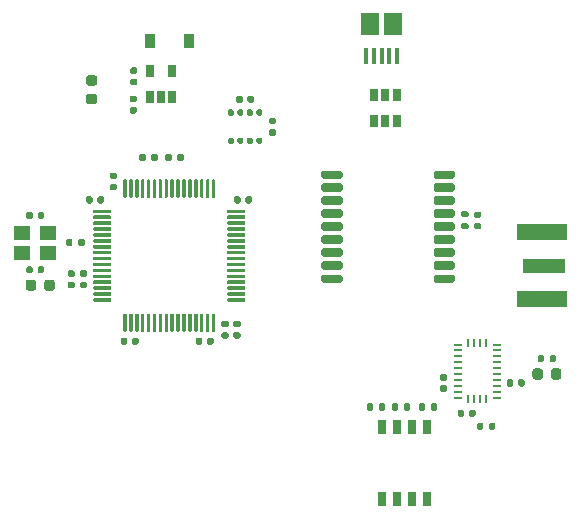
<source format=gbr>
%TF.GenerationSoftware,KiCad,Pcbnew,(5.1.10)-1*%
%TF.CreationDate,2021-11-27T13:57:11+01:00*%
%TF.ProjectId,SplashQuad,53706c61-7368-4517-9561-642e6b696361,rev?*%
%TF.SameCoordinates,Original*%
%TF.FileFunction,Paste,Top*%
%TF.FilePolarity,Positive*%
%FSLAX46Y46*%
G04 Gerber Fmt 4.6, Leading zero omitted, Abs format (unit mm)*
G04 Created by KiCad (PCBNEW (5.1.10)-1) date 2021-11-27 13:57:11*
%MOMM*%
%LPD*%
G01*
G04 APERTURE LIST*
%ADD10R,1.400000X1.200000*%
%ADD11R,0.254000X0.675000*%
%ADD12R,0.675000X0.254000*%
%ADD13R,0.650000X1.060000*%
%ADD14R,0.760000X1.250000*%
%ADD15R,3.600000X1.270000*%
%ADD16R,4.200000X1.350000*%
%ADD17R,1.500000X1.900000*%
%ADD18R,0.400000X1.350000*%
%ADD19R,0.900000X1.200000*%
G04 APERTURE END LIST*
%TO.C,U6*%
G36*
G01*
X167950000Y-95675000D02*
X167950000Y-95325000D01*
G75*
G02*
X168125000Y-95150000I175000J0D01*
G01*
X169575000Y-95150000D01*
G75*
G02*
X169750000Y-95325000I0J-175000D01*
G01*
X169750000Y-95675000D01*
G75*
G02*
X169575000Y-95850000I-175000J0D01*
G01*
X168125000Y-95850000D01*
G75*
G02*
X167950000Y-95675000I0J175000D01*
G01*
G37*
G36*
G01*
X167950000Y-96800000D02*
X167950000Y-96400000D01*
G75*
G02*
X168150000Y-96200000I200000J0D01*
G01*
X169550000Y-96200000D01*
G75*
G02*
X169750000Y-96400000I0J-200000D01*
G01*
X169750000Y-96800000D01*
G75*
G02*
X169550000Y-97000000I-200000J0D01*
G01*
X168150000Y-97000000D01*
G75*
G02*
X167950000Y-96800000I0J200000D01*
G01*
G37*
G36*
G01*
X167950000Y-97900000D02*
X167950000Y-97500000D01*
G75*
G02*
X168150000Y-97300000I200000J0D01*
G01*
X169550000Y-97300000D01*
G75*
G02*
X169750000Y-97500000I0J-200000D01*
G01*
X169750000Y-97900000D01*
G75*
G02*
X169550000Y-98100000I-200000J0D01*
G01*
X168150000Y-98100000D01*
G75*
G02*
X167950000Y-97900000I0J200000D01*
G01*
G37*
G36*
G01*
X167950000Y-99000000D02*
X167950000Y-98600000D01*
G75*
G02*
X168150000Y-98400000I200000J0D01*
G01*
X169550000Y-98400000D01*
G75*
G02*
X169750000Y-98600000I0J-200000D01*
G01*
X169750000Y-99000000D01*
G75*
G02*
X169550000Y-99200000I-200000J0D01*
G01*
X168150000Y-99200000D01*
G75*
G02*
X167950000Y-99000000I0J200000D01*
G01*
G37*
G36*
G01*
X167950000Y-100100000D02*
X167950000Y-99700000D01*
G75*
G02*
X168150000Y-99500000I200000J0D01*
G01*
X169550000Y-99500000D01*
G75*
G02*
X169750000Y-99700000I0J-200000D01*
G01*
X169750000Y-100100000D01*
G75*
G02*
X169550000Y-100300000I-200000J0D01*
G01*
X168150000Y-100300000D01*
G75*
G02*
X167950000Y-100100000I0J200000D01*
G01*
G37*
G36*
G01*
X167950000Y-101200000D02*
X167950000Y-100800000D01*
G75*
G02*
X168150000Y-100600000I200000J0D01*
G01*
X169550000Y-100600000D01*
G75*
G02*
X169750000Y-100800000I0J-200000D01*
G01*
X169750000Y-101200000D01*
G75*
G02*
X169550000Y-101400000I-200000J0D01*
G01*
X168150000Y-101400000D01*
G75*
G02*
X167950000Y-101200000I0J200000D01*
G01*
G37*
G36*
G01*
X167950000Y-102300000D02*
X167950000Y-101900000D01*
G75*
G02*
X168150000Y-101700000I200000J0D01*
G01*
X169550000Y-101700000D01*
G75*
G02*
X169750000Y-101900000I0J-200000D01*
G01*
X169750000Y-102300000D01*
G75*
G02*
X169550000Y-102500000I-200000J0D01*
G01*
X168150000Y-102500000D01*
G75*
G02*
X167950000Y-102300000I0J200000D01*
G01*
G37*
G36*
G01*
X167950000Y-103400000D02*
X167950000Y-103000000D01*
G75*
G02*
X168150000Y-102800000I200000J0D01*
G01*
X169550000Y-102800000D01*
G75*
G02*
X169750000Y-103000000I0J-200000D01*
G01*
X169750000Y-103400000D01*
G75*
G02*
X169550000Y-103600000I-200000J0D01*
G01*
X168150000Y-103600000D01*
G75*
G02*
X167950000Y-103400000I0J200000D01*
G01*
G37*
G36*
G01*
X167950000Y-104475000D02*
X167950000Y-104125000D01*
G75*
G02*
X168125000Y-103950000I175000J0D01*
G01*
X169575000Y-103950000D01*
G75*
G02*
X169750000Y-104125000I0J-175000D01*
G01*
X169750000Y-104475000D01*
G75*
G02*
X169575000Y-104650000I-175000J0D01*
G01*
X168125000Y-104650000D01*
G75*
G02*
X167950000Y-104475000I0J175000D01*
G01*
G37*
G36*
G01*
X158450000Y-104475000D02*
X158450000Y-104125000D01*
G75*
G02*
X158625000Y-103950000I175000J0D01*
G01*
X160075000Y-103950000D01*
G75*
G02*
X160250000Y-104125000I0J-175000D01*
G01*
X160250000Y-104475000D01*
G75*
G02*
X160075000Y-104650000I-175000J0D01*
G01*
X158625000Y-104650000D01*
G75*
G02*
X158450000Y-104475000I0J175000D01*
G01*
G37*
G36*
G01*
X158450000Y-103400000D02*
X158450000Y-103000000D01*
G75*
G02*
X158650000Y-102800000I200000J0D01*
G01*
X160050000Y-102800000D01*
G75*
G02*
X160250000Y-103000000I0J-200000D01*
G01*
X160250000Y-103400000D01*
G75*
G02*
X160050000Y-103600000I-200000J0D01*
G01*
X158650000Y-103600000D01*
G75*
G02*
X158450000Y-103400000I0J200000D01*
G01*
G37*
G36*
G01*
X158450000Y-102300000D02*
X158450000Y-101900000D01*
G75*
G02*
X158650000Y-101700000I200000J0D01*
G01*
X160050000Y-101700000D01*
G75*
G02*
X160250000Y-101900000I0J-200000D01*
G01*
X160250000Y-102300000D01*
G75*
G02*
X160050000Y-102500000I-200000J0D01*
G01*
X158650000Y-102500000D01*
G75*
G02*
X158450000Y-102300000I0J200000D01*
G01*
G37*
G36*
G01*
X158450000Y-101200000D02*
X158450000Y-100800000D01*
G75*
G02*
X158650000Y-100600000I200000J0D01*
G01*
X160050000Y-100600000D01*
G75*
G02*
X160250000Y-100800000I0J-200000D01*
G01*
X160250000Y-101200000D01*
G75*
G02*
X160050000Y-101400000I-200000J0D01*
G01*
X158650000Y-101400000D01*
G75*
G02*
X158450000Y-101200000I0J200000D01*
G01*
G37*
G36*
G01*
X158450000Y-100100000D02*
X158450000Y-99700000D01*
G75*
G02*
X158650000Y-99500000I200000J0D01*
G01*
X160050000Y-99500000D01*
G75*
G02*
X160250000Y-99700000I0J-200000D01*
G01*
X160250000Y-100100000D01*
G75*
G02*
X160050000Y-100300000I-200000J0D01*
G01*
X158650000Y-100300000D01*
G75*
G02*
X158450000Y-100100000I0J200000D01*
G01*
G37*
G36*
G01*
X158450000Y-99000000D02*
X158450000Y-98600000D01*
G75*
G02*
X158650000Y-98400000I200000J0D01*
G01*
X160050000Y-98400000D01*
G75*
G02*
X160250000Y-98600000I0J-200000D01*
G01*
X160250000Y-99000000D01*
G75*
G02*
X160050000Y-99200000I-200000J0D01*
G01*
X158650000Y-99200000D01*
G75*
G02*
X158450000Y-99000000I0J200000D01*
G01*
G37*
G36*
G01*
X158450000Y-97900000D02*
X158450000Y-97500000D01*
G75*
G02*
X158650000Y-97300000I200000J0D01*
G01*
X160050000Y-97300000D01*
G75*
G02*
X160250000Y-97500000I0J-200000D01*
G01*
X160250000Y-97900000D01*
G75*
G02*
X160050000Y-98100000I-200000J0D01*
G01*
X158650000Y-98100000D01*
G75*
G02*
X158450000Y-97900000I0J200000D01*
G01*
G37*
G36*
G01*
X158450000Y-96800000D02*
X158450000Y-96400000D01*
G75*
G02*
X158650000Y-96200000I200000J0D01*
G01*
X160050000Y-96200000D01*
G75*
G02*
X160250000Y-96400000I0J-200000D01*
G01*
X160250000Y-96800000D01*
G75*
G02*
X160050000Y-97000000I-200000J0D01*
G01*
X158650000Y-97000000D01*
G75*
G02*
X158450000Y-96800000I0J200000D01*
G01*
G37*
G36*
G01*
X158450000Y-95675000D02*
X158450000Y-95325000D01*
G75*
G02*
X158625000Y-95150000I175000J0D01*
G01*
X160075000Y-95150000D01*
G75*
G02*
X160250000Y-95325000I0J-175000D01*
G01*
X160250000Y-95675000D01*
G75*
G02*
X160075000Y-95850000I-175000J0D01*
G01*
X158625000Y-95850000D01*
G75*
G02*
X158450000Y-95675000I0J175000D01*
G01*
G37*
%TD*%
%TO.C,C19*%
G36*
G01*
X154155000Y-91625000D02*
X154495000Y-91625000D01*
G75*
G02*
X154635000Y-91765000I0J-140000D01*
G01*
X154635000Y-92045000D01*
G75*
G02*
X154495000Y-92185000I-140000J0D01*
G01*
X154155000Y-92185000D01*
G75*
G02*
X154015000Y-92045000I0J140000D01*
G01*
X154015000Y-91765000D01*
G75*
G02*
X154155000Y-91625000I140000J0D01*
G01*
G37*
G36*
G01*
X154155000Y-90665000D02*
X154495000Y-90665000D01*
G75*
G02*
X154635000Y-90805000I0J-140000D01*
G01*
X154635000Y-91085000D01*
G75*
G02*
X154495000Y-91225000I-140000J0D01*
G01*
X154155000Y-91225000D01*
G75*
G02*
X154015000Y-91085000I0J140000D01*
G01*
X154015000Y-90805000D01*
G75*
G02*
X154155000Y-90665000I140000J0D01*
G01*
G37*
%TD*%
D10*
%TO.C,Y1*%
X133125000Y-100400000D03*
X135325000Y-100400000D03*
X135325000Y-102100000D03*
X133125000Y-102100000D03*
%TD*%
D11*
%TO.C,U5*%
X172400000Y-109737500D03*
X171900000Y-109737500D03*
X171400000Y-109737500D03*
D12*
X173312500Y-109875000D03*
X173312500Y-110375000D03*
X173312500Y-110875000D03*
X173312500Y-111375000D03*
X173312500Y-111875000D03*
X173312500Y-112375000D03*
X173312500Y-112875000D03*
X173312500Y-113375000D03*
X173312500Y-113875000D03*
X169987500Y-109875000D03*
X169987500Y-110375000D03*
X169987500Y-110875000D03*
X169987500Y-111375000D03*
X169987500Y-111875000D03*
X169987500Y-112375000D03*
X169987500Y-112875000D03*
X169987500Y-113375000D03*
X169987500Y-113875000D03*
D11*
X172400000Y-114512500D03*
X171900000Y-114512500D03*
X171400000Y-114512500D03*
D12*
X169987500Y-114375000D03*
D11*
X170900000Y-114512500D03*
D12*
X173312500Y-114375000D03*
D11*
X170900000Y-109737500D03*
%TD*%
%TO.C,U4*%
G36*
G01*
X153450000Y-90100000D02*
X153450000Y-90375000D01*
G75*
G02*
X153325000Y-90500000I-125000J0D01*
G01*
X153075000Y-90500000D01*
G75*
G02*
X152950000Y-90375000I0J125000D01*
G01*
X152950000Y-90100000D01*
G75*
G02*
X153075000Y-89975000I125000J0D01*
G01*
X153325000Y-89975000D01*
G75*
G02*
X153450000Y-90100000I0J-125000D01*
G01*
G37*
G36*
G01*
X152650000Y-90100000D02*
X152650000Y-90375000D01*
G75*
G02*
X152525000Y-90500000I-125000J0D01*
G01*
X152275000Y-90500000D01*
G75*
G02*
X152150000Y-90375000I0J125000D01*
G01*
X152150000Y-90100000D01*
G75*
G02*
X152275000Y-89975000I125000J0D01*
G01*
X152525000Y-89975000D01*
G75*
G02*
X152650000Y-90100000I0J-125000D01*
G01*
G37*
G36*
G01*
X151850000Y-90100000D02*
X151850000Y-90375000D01*
G75*
G02*
X151725000Y-90500000I-125000J0D01*
G01*
X151475000Y-90500000D01*
G75*
G02*
X151350000Y-90375000I0J125000D01*
G01*
X151350000Y-90100000D01*
G75*
G02*
X151475000Y-89975000I125000J0D01*
G01*
X151725000Y-89975000D01*
G75*
G02*
X151850000Y-90100000I0J-125000D01*
G01*
G37*
G36*
G01*
X151050000Y-90100000D02*
X151050000Y-90375000D01*
G75*
G02*
X150925000Y-90500000I-125000J0D01*
G01*
X150675000Y-90500000D01*
G75*
G02*
X150550000Y-90375000I0J125000D01*
G01*
X150550000Y-90100000D01*
G75*
G02*
X150675000Y-89975000I125000J0D01*
G01*
X150925000Y-89975000D01*
G75*
G02*
X151050000Y-90100000I0J-125000D01*
G01*
G37*
G36*
G01*
X151050000Y-92475000D02*
X151050000Y-92750000D01*
G75*
G02*
X150925000Y-92875000I-125000J0D01*
G01*
X150675000Y-92875000D01*
G75*
G02*
X150550000Y-92750000I0J125000D01*
G01*
X150550000Y-92475000D01*
G75*
G02*
X150675000Y-92350000I125000J0D01*
G01*
X150925000Y-92350000D01*
G75*
G02*
X151050000Y-92475000I0J-125000D01*
G01*
G37*
G36*
G01*
X151850000Y-92475000D02*
X151850000Y-92750000D01*
G75*
G02*
X151725000Y-92875000I-125000J0D01*
G01*
X151475000Y-92875000D01*
G75*
G02*
X151350000Y-92750000I0J125000D01*
G01*
X151350000Y-92475000D01*
G75*
G02*
X151475000Y-92350000I125000J0D01*
G01*
X151725000Y-92350000D01*
G75*
G02*
X151850000Y-92475000I0J-125000D01*
G01*
G37*
G36*
G01*
X152650000Y-92475000D02*
X152650000Y-92750000D01*
G75*
G02*
X152525000Y-92875000I-125000J0D01*
G01*
X152275000Y-92875000D01*
G75*
G02*
X152150000Y-92750000I0J125000D01*
G01*
X152150000Y-92475000D01*
G75*
G02*
X152275000Y-92350000I125000J0D01*
G01*
X152525000Y-92350000D01*
G75*
G02*
X152650000Y-92475000I0J-125000D01*
G01*
G37*
G36*
G01*
X153450000Y-92475000D02*
X153450000Y-92750000D01*
G75*
G02*
X153325000Y-92875000I-125000J0D01*
G01*
X153075000Y-92875000D01*
G75*
G02*
X152950000Y-92750000I0J125000D01*
G01*
X152950000Y-92475000D01*
G75*
G02*
X153075000Y-92350000I125000J0D01*
G01*
X153325000Y-92350000D01*
G75*
G02*
X153450000Y-92475000I0J-125000D01*
G01*
G37*
%TD*%
%TO.C,U3*%
G36*
G01*
X141675000Y-97375000D02*
X141675000Y-95975000D01*
G75*
G02*
X141750000Y-95900000I75000J0D01*
G01*
X141900000Y-95900000D01*
G75*
G02*
X141975000Y-95975000I0J-75000D01*
G01*
X141975000Y-97375000D01*
G75*
G02*
X141900000Y-97450000I-75000J0D01*
G01*
X141750000Y-97450000D01*
G75*
G02*
X141675000Y-97375000I0J75000D01*
G01*
G37*
G36*
G01*
X142175000Y-97375000D02*
X142175000Y-95975000D01*
G75*
G02*
X142250000Y-95900000I75000J0D01*
G01*
X142400000Y-95900000D01*
G75*
G02*
X142475000Y-95975000I0J-75000D01*
G01*
X142475000Y-97375000D01*
G75*
G02*
X142400000Y-97450000I-75000J0D01*
G01*
X142250000Y-97450000D01*
G75*
G02*
X142175000Y-97375000I0J75000D01*
G01*
G37*
G36*
G01*
X142675000Y-97375000D02*
X142675000Y-95975000D01*
G75*
G02*
X142750000Y-95900000I75000J0D01*
G01*
X142900000Y-95900000D01*
G75*
G02*
X142975000Y-95975000I0J-75000D01*
G01*
X142975000Y-97375000D01*
G75*
G02*
X142900000Y-97450000I-75000J0D01*
G01*
X142750000Y-97450000D01*
G75*
G02*
X142675000Y-97375000I0J75000D01*
G01*
G37*
G36*
G01*
X143175000Y-97375000D02*
X143175000Y-95975000D01*
G75*
G02*
X143250000Y-95900000I75000J0D01*
G01*
X143400000Y-95900000D01*
G75*
G02*
X143475000Y-95975000I0J-75000D01*
G01*
X143475000Y-97375000D01*
G75*
G02*
X143400000Y-97450000I-75000J0D01*
G01*
X143250000Y-97450000D01*
G75*
G02*
X143175000Y-97375000I0J75000D01*
G01*
G37*
G36*
G01*
X143675000Y-97375000D02*
X143675000Y-95975000D01*
G75*
G02*
X143750000Y-95900000I75000J0D01*
G01*
X143900000Y-95900000D01*
G75*
G02*
X143975000Y-95975000I0J-75000D01*
G01*
X143975000Y-97375000D01*
G75*
G02*
X143900000Y-97450000I-75000J0D01*
G01*
X143750000Y-97450000D01*
G75*
G02*
X143675000Y-97375000I0J75000D01*
G01*
G37*
G36*
G01*
X144175000Y-97375000D02*
X144175000Y-95975000D01*
G75*
G02*
X144250000Y-95900000I75000J0D01*
G01*
X144400000Y-95900000D01*
G75*
G02*
X144475000Y-95975000I0J-75000D01*
G01*
X144475000Y-97375000D01*
G75*
G02*
X144400000Y-97450000I-75000J0D01*
G01*
X144250000Y-97450000D01*
G75*
G02*
X144175000Y-97375000I0J75000D01*
G01*
G37*
G36*
G01*
X144675000Y-97375000D02*
X144675000Y-95975000D01*
G75*
G02*
X144750000Y-95900000I75000J0D01*
G01*
X144900000Y-95900000D01*
G75*
G02*
X144975000Y-95975000I0J-75000D01*
G01*
X144975000Y-97375000D01*
G75*
G02*
X144900000Y-97450000I-75000J0D01*
G01*
X144750000Y-97450000D01*
G75*
G02*
X144675000Y-97375000I0J75000D01*
G01*
G37*
G36*
G01*
X145175000Y-97375000D02*
X145175000Y-95975000D01*
G75*
G02*
X145250000Y-95900000I75000J0D01*
G01*
X145400000Y-95900000D01*
G75*
G02*
X145475000Y-95975000I0J-75000D01*
G01*
X145475000Y-97375000D01*
G75*
G02*
X145400000Y-97450000I-75000J0D01*
G01*
X145250000Y-97450000D01*
G75*
G02*
X145175000Y-97375000I0J75000D01*
G01*
G37*
G36*
G01*
X145675000Y-97375000D02*
X145675000Y-95975000D01*
G75*
G02*
X145750000Y-95900000I75000J0D01*
G01*
X145900000Y-95900000D01*
G75*
G02*
X145975000Y-95975000I0J-75000D01*
G01*
X145975000Y-97375000D01*
G75*
G02*
X145900000Y-97450000I-75000J0D01*
G01*
X145750000Y-97450000D01*
G75*
G02*
X145675000Y-97375000I0J75000D01*
G01*
G37*
G36*
G01*
X146175000Y-97375000D02*
X146175000Y-95975000D01*
G75*
G02*
X146250000Y-95900000I75000J0D01*
G01*
X146400000Y-95900000D01*
G75*
G02*
X146475000Y-95975000I0J-75000D01*
G01*
X146475000Y-97375000D01*
G75*
G02*
X146400000Y-97450000I-75000J0D01*
G01*
X146250000Y-97450000D01*
G75*
G02*
X146175000Y-97375000I0J75000D01*
G01*
G37*
G36*
G01*
X146675000Y-97375000D02*
X146675000Y-95975000D01*
G75*
G02*
X146750000Y-95900000I75000J0D01*
G01*
X146900000Y-95900000D01*
G75*
G02*
X146975000Y-95975000I0J-75000D01*
G01*
X146975000Y-97375000D01*
G75*
G02*
X146900000Y-97450000I-75000J0D01*
G01*
X146750000Y-97450000D01*
G75*
G02*
X146675000Y-97375000I0J75000D01*
G01*
G37*
G36*
G01*
X147175000Y-97375000D02*
X147175000Y-95975000D01*
G75*
G02*
X147250000Y-95900000I75000J0D01*
G01*
X147400000Y-95900000D01*
G75*
G02*
X147475000Y-95975000I0J-75000D01*
G01*
X147475000Y-97375000D01*
G75*
G02*
X147400000Y-97450000I-75000J0D01*
G01*
X147250000Y-97450000D01*
G75*
G02*
X147175000Y-97375000I0J75000D01*
G01*
G37*
G36*
G01*
X147675000Y-97375000D02*
X147675000Y-95975000D01*
G75*
G02*
X147750000Y-95900000I75000J0D01*
G01*
X147900000Y-95900000D01*
G75*
G02*
X147975000Y-95975000I0J-75000D01*
G01*
X147975000Y-97375000D01*
G75*
G02*
X147900000Y-97450000I-75000J0D01*
G01*
X147750000Y-97450000D01*
G75*
G02*
X147675000Y-97375000I0J75000D01*
G01*
G37*
G36*
G01*
X148175000Y-97375000D02*
X148175000Y-95975000D01*
G75*
G02*
X148250000Y-95900000I75000J0D01*
G01*
X148400000Y-95900000D01*
G75*
G02*
X148475000Y-95975000I0J-75000D01*
G01*
X148475000Y-97375000D01*
G75*
G02*
X148400000Y-97450000I-75000J0D01*
G01*
X148250000Y-97450000D01*
G75*
G02*
X148175000Y-97375000I0J75000D01*
G01*
G37*
G36*
G01*
X148675000Y-97375000D02*
X148675000Y-95975000D01*
G75*
G02*
X148750000Y-95900000I75000J0D01*
G01*
X148900000Y-95900000D01*
G75*
G02*
X148975000Y-95975000I0J-75000D01*
G01*
X148975000Y-97375000D01*
G75*
G02*
X148900000Y-97450000I-75000J0D01*
G01*
X148750000Y-97450000D01*
G75*
G02*
X148675000Y-97375000I0J75000D01*
G01*
G37*
G36*
G01*
X149175000Y-97375000D02*
X149175000Y-95975000D01*
G75*
G02*
X149250000Y-95900000I75000J0D01*
G01*
X149400000Y-95900000D01*
G75*
G02*
X149475000Y-95975000I0J-75000D01*
G01*
X149475000Y-97375000D01*
G75*
G02*
X149400000Y-97450000I-75000J0D01*
G01*
X149250000Y-97450000D01*
G75*
G02*
X149175000Y-97375000I0J75000D01*
G01*
G37*
G36*
G01*
X150475000Y-98675000D02*
X150475000Y-98525000D01*
G75*
G02*
X150550000Y-98450000I75000J0D01*
G01*
X151950000Y-98450000D01*
G75*
G02*
X152025000Y-98525000I0J-75000D01*
G01*
X152025000Y-98675000D01*
G75*
G02*
X151950000Y-98750000I-75000J0D01*
G01*
X150550000Y-98750000D01*
G75*
G02*
X150475000Y-98675000I0J75000D01*
G01*
G37*
G36*
G01*
X150475000Y-99175000D02*
X150475000Y-99025000D01*
G75*
G02*
X150550000Y-98950000I75000J0D01*
G01*
X151950000Y-98950000D01*
G75*
G02*
X152025000Y-99025000I0J-75000D01*
G01*
X152025000Y-99175000D01*
G75*
G02*
X151950000Y-99250000I-75000J0D01*
G01*
X150550000Y-99250000D01*
G75*
G02*
X150475000Y-99175000I0J75000D01*
G01*
G37*
G36*
G01*
X150475000Y-99675000D02*
X150475000Y-99525000D01*
G75*
G02*
X150550000Y-99450000I75000J0D01*
G01*
X151950000Y-99450000D01*
G75*
G02*
X152025000Y-99525000I0J-75000D01*
G01*
X152025000Y-99675000D01*
G75*
G02*
X151950000Y-99750000I-75000J0D01*
G01*
X150550000Y-99750000D01*
G75*
G02*
X150475000Y-99675000I0J75000D01*
G01*
G37*
G36*
G01*
X150475000Y-100175000D02*
X150475000Y-100025000D01*
G75*
G02*
X150550000Y-99950000I75000J0D01*
G01*
X151950000Y-99950000D01*
G75*
G02*
X152025000Y-100025000I0J-75000D01*
G01*
X152025000Y-100175000D01*
G75*
G02*
X151950000Y-100250000I-75000J0D01*
G01*
X150550000Y-100250000D01*
G75*
G02*
X150475000Y-100175000I0J75000D01*
G01*
G37*
G36*
G01*
X150475000Y-100675000D02*
X150475000Y-100525000D01*
G75*
G02*
X150550000Y-100450000I75000J0D01*
G01*
X151950000Y-100450000D01*
G75*
G02*
X152025000Y-100525000I0J-75000D01*
G01*
X152025000Y-100675000D01*
G75*
G02*
X151950000Y-100750000I-75000J0D01*
G01*
X150550000Y-100750000D01*
G75*
G02*
X150475000Y-100675000I0J75000D01*
G01*
G37*
G36*
G01*
X150475000Y-101175000D02*
X150475000Y-101025000D01*
G75*
G02*
X150550000Y-100950000I75000J0D01*
G01*
X151950000Y-100950000D01*
G75*
G02*
X152025000Y-101025000I0J-75000D01*
G01*
X152025000Y-101175000D01*
G75*
G02*
X151950000Y-101250000I-75000J0D01*
G01*
X150550000Y-101250000D01*
G75*
G02*
X150475000Y-101175000I0J75000D01*
G01*
G37*
G36*
G01*
X150475000Y-101675000D02*
X150475000Y-101525000D01*
G75*
G02*
X150550000Y-101450000I75000J0D01*
G01*
X151950000Y-101450000D01*
G75*
G02*
X152025000Y-101525000I0J-75000D01*
G01*
X152025000Y-101675000D01*
G75*
G02*
X151950000Y-101750000I-75000J0D01*
G01*
X150550000Y-101750000D01*
G75*
G02*
X150475000Y-101675000I0J75000D01*
G01*
G37*
G36*
G01*
X150475000Y-102175000D02*
X150475000Y-102025000D01*
G75*
G02*
X150550000Y-101950000I75000J0D01*
G01*
X151950000Y-101950000D01*
G75*
G02*
X152025000Y-102025000I0J-75000D01*
G01*
X152025000Y-102175000D01*
G75*
G02*
X151950000Y-102250000I-75000J0D01*
G01*
X150550000Y-102250000D01*
G75*
G02*
X150475000Y-102175000I0J75000D01*
G01*
G37*
G36*
G01*
X150475000Y-102675000D02*
X150475000Y-102525000D01*
G75*
G02*
X150550000Y-102450000I75000J0D01*
G01*
X151950000Y-102450000D01*
G75*
G02*
X152025000Y-102525000I0J-75000D01*
G01*
X152025000Y-102675000D01*
G75*
G02*
X151950000Y-102750000I-75000J0D01*
G01*
X150550000Y-102750000D01*
G75*
G02*
X150475000Y-102675000I0J75000D01*
G01*
G37*
G36*
G01*
X150475000Y-103175000D02*
X150475000Y-103025000D01*
G75*
G02*
X150550000Y-102950000I75000J0D01*
G01*
X151950000Y-102950000D01*
G75*
G02*
X152025000Y-103025000I0J-75000D01*
G01*
X152025000Y-103175000D01*
G75*
G02*
X151950000Y-103250000I-75000J0D01*
G01*
X150550000Y-103250000D01*
G75*
G02*
X150475000Y-103175000I0J75000D01*
G01*
G37*
G36*
G01*
X150475000Y-103675000D02*
X150475000Y-103525000D01*
G75*
G02*
X150550000Y-103450000I75000J0D01*
G01*
X151950000Y-103450000D01*
G75*
G02*
X152025000Y-103525000I0J-75000D01*
G01*
X152025000Y-103675000D01*
G75*
G02*
X151950000Y-103750000I-75000J0D01*
G01*
X150550000Y-103750000D01*
G75*
G02*
X150475000Y-103675000I0J75000D01*
G01*
G37*
G36*
G01*
X150475000Y-104175000D02*
X150475000Y-104025000D01*
G75*
G02*
X150550000Y-103950000I75000J0D01*
G01*
X151950000Y-103950000D01*
G75*
G02*
X152025000Y-104025000I0J-75000D01*
G01*
X152025000Y-104175000D01*
G75*
G02*
X151950000Y-104250000I-75000J0D01*
G01*
X150550000Y-104250000D01*
G75*
G02*
X150475000Y-104175000I0J75000D01*
G01*
G37*
G36*
G01*
X150475000Y-104675000D02*
X150475000Y-104525000D01*
G75*
G02*
X150550000Y-104450000I75000J0D01*
G01*
X151950000Y-104450000D01*
G75*
G02*
X152025000Y-104525000I0J-75000D01*
G01*
X152025000Y-104675000D01*
G75*
G02*
X151950000Y-104750000I-75000J0D01*
G01*
X150550000Y-104750000D01*
G75*
G02*
X150475000Y-104675000I0J75000D01*
G01*
G37*
G36*
G01*
X150475000Y-105175000D02*
X150475000Y-105025000D01*
G75*
G02*
X150550000Y-104950000I75000J0D01*
G01*
X151950000Y-104950000D01*
G75*
G02*
X152025000Y-105025000I0J-75000D01*
G01*
X152025000Y-105175000D01*
G75*
G02*
X151950000Y-105250000I-75000J0D01*
G01*
X150550000Y-105250000D01*
G75*
G02*
X150475000Y-105175000I0J75000D01*
G01*
G37*
G36*
G01*
X150475000Y-105675000D02*
X150475000Y-105525000D01*
G75*
G02*
X150550000Y-105450000I75000J0D01*
G01*
X151950000Y-105450000D01*
G75*
G02*
X152025000Y-105525000I0J-75000D01*
G01*
X152025000Y-105675000D01*
G75*
G02*
X151950000Y-105750000I-75000J0D01*
G01*
X150550000Y-105750000D01*
G75*
G02*
X150475000Y-105675000I0J75000D01*
G01*
G37*
G36*
G01*
X150475000Y-106175000D02*
X150475000Y-106025000D01*
G75*
G02*
X150550000Y-105950000I75000J0D01*
G01*
X151950000Y-105950000D01*
G75*
G02*
X152025000Y-106025000I0J-75000D01*
G01*
X152025000Y-106175000D01*
G75*
G02*
X151950000Y-106250000I-75000J0D01*
G01*
X150550000Y-106250000D01*
G75*
G02*
X150475000Y-106175000I0J75000D01*
G01*
G37*
G36*
G01*
X149175000Y-108725000D02*
X149175000Y-107325000D01*
G75*
G02*
X149250000Y-107250000I75000J0D01*
G01*
X149400000Y-107250000D01*
G75*
G02*
X149475000Y-107325000I0J-75000D01*
G01*
X149475000Y-108725000D01*
G75*
G02*
X149400000Y-108800000I-75000J0D01*
G01*
X149250000Y-108800000D01*
G75*
G02*
X149175000Y-108725000I0J75000D01*
G01*
G37*
G36*
G01*
X148675000Y-108725000D02*
X148675000Y-107325000D01*
G75*
G02*
X148750000Y-107250000I75000J0D01*
G01*
X148900000Y-107250000D01*
G75*
G02*
X148975000Y-107325000I0J-75000D01*
G01*
X148975000Y-108725000D01*
G75*
G02*
X148900000Y-108800000I-75000J0D01*
G01*
X148750000Y-108800000D01*
G75*
G02*
X148675000Y-108725000I0J75000D01*
G01*
G37*
G36*
G01*
X148175000Y-108725000D02*
X148175000Y-107325000D01*
G75*
G02*
X148250000Y-107250000I75000J0D01*
G01*
X148400000Y-107250000D01*
G75*
G02*
X148475000Y-107325000I0J-75000D01*
G01*
X148475000Y-108725000D01*
G75*
G02*
X148400000Y-108800000I-75000J0D01*
G01*
X148250000Y-108800000D01*
G75*
G02*
X148175000Y-108725000I0J75000D01*
G01*
G37*
G36*
G01*
X147675000Y-108725000D02*
X147675000Y-107325000D01*
G75*
G02*
X147750000Y-107250000I75000J0D01*
G01*
X147900000Y-107250000D01*
G75*
G02*
X147975000Y-107325000I0J-75000D01*
G01*
X147975000Y-108725000D01*
G75*
G02*
X147900000Y-108800000I-75000J0D01*
G01*
X147750000Y-108800000D01*
G75*
G02*
X147675000Y-108725000I0J75000D01*
G01*
G37*
G36*
G01*
X147175000Y-108725000D02*
X147175000Y-107325000D01*
G75*
G02*
X147250000Y-107250000I75000J0D01*
G01*
X147400000Y-107250000D01*
G75*
G02*
X147475000Y-107325000I0J-75000D01*
G01*
X147475000Y-108725000D01*
G75*
G02*
X147400000Y-108800000I-75000J0D01*
G01*
X147250000Y-108800000D01*
G75*
G02*
X147175000Y-108725000I0J75000D01*
G01*
G37*
G36*
G01*
X146675000Y-108725000D02*
X146675000Y-107325000D01*
G75*
G02*
X146750000Y-107250000I75000J0D01*
G01*
X146900000Y-107250000D01*
G75*
G02*
X146975000Y-107325000I0J-75000D01*
G01*
X146975000Y-108725000D01*
G75*
G02*
X146900000Y-108800000I-75000J0D01*
G01*
X146750000Y-108800000D01*
G75*
G02*
X146675000Y-108725000I0J75000D01*
G01*
G37*
G36*
G01*
X146175000Y-108725000D02*
X146175000Y-107325000D01*
G75*
G02*
X146250000Y-107250000I75000J0D01*
G01*
X146400000Y-107250000D01*
G75*
G02*
X146475000Y-107325000I0J-75000D01*
G01*
X146475000Y-108725000D01*
G75*
G02*
X146400000Y-108800000I-75000J0D01*
G01*
X146250000Y-108800000D01*
G75*
G02*
X146175000Y-108725000I0J75000D01*
G01*
G37*
G36*
G01*
X145675000Y-108725000D02*
X145675000Y-107325000D01*
G75*
G02*
X145750000Y-107250000I75000J0D01*
G01*
X145900000Y-107250000D01*
G75*
G02*
X145975000Y-107325000I0J-75000D01*
G01*
X145975000Y-108725000D01*
G75*
G02*
X145900000Y-108800000I-75000J0D01*
G01*
X145750000Y-108800000D01*
G75*
G02*
X145675000Y-108725000I0J75000D01*
G01*
G37*
G36*
G01*
X145175000Y-108725000D02*
X145175000Y-107325000D01*
G75*
G02*
X145250000Y-107250000I75000J0D01*
G01*
X145400000Y-107250000D01*
G75*
G02*
X145475000Y-107325000I0J-75000D01*
G01*
X145475000Y-108725000D01*
G75*
G02*
X145400000Y-108800000I-75000J0D01*
G01*
X145250000Y-108800000D01*
G75*
G02*
X145175000Y-108725000I0J75000D01*
G01*
G37*
G36*
G01*
X144675000Y-108725000D02*
X144675000Y-107325000D01*
G75*
G02*
X144750000Y-107250000I75000J0D01*
G01*
X144900000Y-107250000D01*
G75*
G02*
X144975000Y-107325000I0J-75000D01*
G01*
X144975000Y-108725000D01*
G75*
G02*
X144900000Y-108800000I-75000J0D01*
G01*
X144750000Y-108800000D01*
G75*
G02*
X144675000Y-108725000I0J75000D01*
G01*
G37*
G36*
G01*
X144175000Y-108725000D02*
X144175000Y-107325000D01*
G75*
G02*
X144250000Y-107250000I75000J0D01*
G01*
X144400000Y-107250000D01*
G75*
G02*
X144475000Y-107325000I0J-75000D01*
G01*
X144475000Y-108725000D01*
G75*
G02*
X144400000Y-108800000I-75000J0D01*
G01*
X144250000Y-108800000D01*
G75*
G02*
X144175000Y-108725000I0J75000D01*
G01*
G37*
G36*
G01*
X143675000Y-108725000D02*
X143675000Y-107325000D01*
G75*
G02*
X143750000Y-107250000I75000J0D01*
G01*
X143900000Y-107250000D01*
G75*
G02*
X143975000Y-107325000I0J-75000D01*
G01*
X143975000Y-108725000D01*
G75*
G02*
X143900000Y-108800000I-75000J0D01*
G01*
X143750000Y-108800000D01*
G75*
G02*
X143675000Y-108725000I0J75000D01*
G01*
G37*
G36*
G01*
X143175000Y-108725000D02*
X143175000Y-107325000D01*
G75*
G02*
X143250000Y-107250000I75000J0D01*
G01*
X143400000Y-107250000D01*
G75*
G02*
X143475000Y-107325000I0J-75000D01*
G01*
X143475000Y-108725000D01*
G75*
G02*
X143400000Y-108800000I-75000J0D01*
G01*
X143250000Y-108800000D01*
G75*
G02*
X143175000Y-108725000I0J75000D01*
G01*
G37*
G36*
G01*
X142675000Y-108725000D02*
X142675000Y-107325000D01*
G75*
G02*
X142750000Y-107250000I75000J0D01*
G01*
X142900000Y-107250000D01*
G75*
G02*
X142975000Y-107325000I0J-75000D01*
G01*
X142975000Y-108725000D01*
G75*
G02*
X142900000Y-108800000I-75000J0D01*
G01*
X142750000Y-108800000D01*
G75*
G02*
X142675000Y-108725000I0J75000D01*
G01*
G37*
G36*
G01*
X142175000Y-108725000D02*
X142175000Y-107325000D01*
G75*
G02*
X142250000Y-107250000I75000J0D01*
G01*
X142400000Y-107250000D01*
G75*
G02*
X142475000Y-107325000I0J-75000D01*
G01*
X142475000Y-108725000D01*
G75*
G02*
X142400000Y-108800000I-75000J0D01*
G01*
X142250000Y-108800000D01*
G75*
G02*
X142175000Y-108725000I0J75000D01*
G01*
G37*
G36*
G01*
X141675000Y-108725000D02*
X141675000Y-107325000D01*
G75*
G02*
X141750000Y-107250000I75000J0D01*
G01*
X141900000Y-107250000D01*
G75*
G02*
X141975000Y-107325000I0J-75000D01*
G01*
X141975000Y-108725000D01*
G75*
G02*
X141900000Y-108800000I-75000J0D01*
G01*
X141750000Y-108800000D01*
G75*
G02*
X141675000Y-108725000I0J75000D01*
G01*
G37*
G36*
G01*
X139125000Y-106175000D02*
X139125000Y-106025000D01*
G75*
G02*
X139200000Y-105950000I75000J0D01*
G01*
X140600000Y-105950000D01*
G75*
G02*
X140675000Y-106025000I0J-75000D01*
G01*
X140675000Y-106175000D01*
G75*
G02*
X140600000Y-106250000I-75000J0D01*
G01*
X139200000Y-106250000D01*
G75*
G02*
X139125000Y-106175000I0J75000D01*
G01*
G37*
G36*
G01*
X139125000Y-105675000D02*
X139125000Y-105525000D01*
G75*
G02*
X139200000Y-105450000I75000J0D01*
G01*
X140600000Y-105450000D01*
G75*
G02*
X140675000Y-105525000I0J-75000D01*
G01*
X140675000Y-105675000D01*
G75*
G02*
X140600000Y-105750000I-75000J0D01*
G01*
X139200000Y-105750000D01*
G75*
G02*
X139125000Y-105675000I0J75000D01*
G01*
G37*
G36*
G01*
X139125000Y-105175000D02*
X139125000Y-105025000D01*
G75*
G02*
X139200000Y-104950000I75000J0D01*
G01*
X140600000Y-104950000D01*
G75*
G02*
X140675000Y-105025000I0J-75000D01*
G01*
X140675000Y-105175000D01*
G75*
G02*
X140600000Y-105250000I-75000J0D01*
G01*
X139200000Y-105250000D01*
G75*
G02*
X139125000Y-105175000I0J75000D01*
G01*
G37*
G36*
G01*
X139125000Y-104675000D02*
X139125000Y-104525000D01*
G75*
G02*
X139200000Y-104450000I75000J0D01*
G01*
X140600000Y-104450000D01*
G75*
G02*
X140675000Y-104525000I0J-75000D01*
G01*
X140675000Y-104675000D01*
G75*
G02*
X140600000Y-104750000I-75000J0D01*
G01*
X139200000Y-104750000D01*
G75*
G02*
X139125000Y-104675000I0J75000D01*
G01*
G37*
G36*
G01*
X139125000Y-104175000D02*
X139125000Y-104025000D01*
G75*
G02*
X139200000Y-103950000I75000J0D01*
G01*
X140600000Y-103950000D01*
G75*
G02*
X140675000Y-104025000I0J-75000D01*
G01*
X140675000Y-104175000D01*
G75*
G02*
X140600000Y-104250000I-75000J0D01*
G01*
X139200000Y-104250000D01*
G75*
G02*
X139125000Y-104175000I0J75000D01*
G01*
G37*
G36*
G01*
X139125000Y-103675000D02*
X139125000Y-103525000D01*
G75*
G02*
X139200000Y-103450000I75000J0D01*
G01*
X140600000Y-103450000D01*
G75*
G02*
X140675000Y-103525000I0J-75000D01*
G01*
X140675000Y-103675000D01*
G75*
G02*
X140600000Y-103750000I-75000J0D01*
G01*
X139200000Y-103750000D01*
G75*
G02*
X139125000Y-103675000I0J75000D01*
G01*
G37*
G36*
G01*
X139125000Y-103175000D02*
X139125000Y-103025000D01*
G75*
G02*
X139200000Y-102950000I75000J0D01*
G01*
X140600000Y-102950000D01*
G75*
G02*
X140675000Y-103025000I0J-75000D01*
G01*
X140675000Y-103175000D01*
G75*
G02*
X140600000Y-103250000I-75000J0D01*
G01*
X139200000Y-103250000D01*
G75*
G02*
X139125000Y-103175000I0J75000D01*
G01*
G37*
G36*
G01*
X139125000Y-102675000D02*
X139125000Y-102525000D01*
G75*
G02*
X139200000Y-102450000I75000J0D01*
G01*
X140600000Y-102450000D01*
G75*
G02*
X140675000Y-102525000I0J-75000D01*
G01*
X140675000Y-102675000D01*
G75*
G02*
X140600000Y-102750000I-75000J0D01*
G01*
X139200000Y-102750000D01*
G75*
G02*
X139125000Y-102675000I0J75000D01*
G01*
G37*
G36*
G01*
X139125000Y-102175000D02*
X139125000Y-102025000D01*
G75*
G02*
X139200000Y-101950000I75000J0D01*
G01*
X140600000Y-101950000D01*
G75*
G02*
X140675000Y-102025000I0J-75000D01*
G01*
X140675000Y-102175000D01*
G75*
G02*
X140600000Y-102250000I-75000J0D01*
G01*
X139200000Y-102250000D01*
G75*
G02*
X139125000Y-102175000I0J75000D01*
G01*
G37*
G36*
G01*
X139125000Y-101675000D02*
X139125000Y-101525000D01*
G75*
G02*
X139200000Y-101450000I75000J0D01*
G01*
X140600000Y-101450000D01*
G75*
G02*
X140675000Y-101525000I0J-75000D01*
G01*
X140675000Y-101675000D01*
G75*
G02*
X140600000Y-101750000I-75000J0D01*
G01*
X139200000Y-101750000D01*
G75*
G02*
X139125000Y-101675000I0J75000D01*
G01*
G37*
G36*
G01*
X139125000Y-101175000D02*
X139125000Y-101025000D01*
G75*
G02*
X139200000Y-100950000I75000J0D01*
G01*
X140600000Y-100950000D01*
G75*
G02*
X140675000Y-101025000I0J-75000D01*
G01*
X140675000Y-101175000D01*
G75*
G02*
X140600000Y-101250000I-75000J0D01*
G01*
X139200000Y-101250000D01*
G75*
G02*
X139125000Y-101175000I0J75000D01*
G01*
G37*
G36*
G01*
X139125000Y-100675000D02*
X139125000Y-100525000D01*
G75*
G02*
X139200000Y-100450000I75000J0D01*
G01*
X140600000Y-100450000D01*
G75*
G02*
X140675000Y-100525000I0J-75000D01*
G01*
X140675000Y-100675000D01*
G75*
G02*
X140600000Y-100750000I-75000J0D01*
G01*
X139200000Y-100750000D01*
G75*
G02*
X139125000Y-100675000I0J75000D01*
G01*
G37*
G36*
G01*
X139125000Y-100175000D02*
X139125000Y-100025000D01*
G75*
G02*
X139200000Y-99950000I75000J0D01*
G01*
X140600000Y-99950000D01*
G75*
G02*
X140675000Y-100025000I0J-75000D01*
G01*
X140675000Y-100175000D01*
G75*
G02*
X140600000Y-100250000I-75000J0D01*
G01*
X139200000Y-100250000D01*
G75*
G02*
X139125000Y-100175000I0J75000D01*
G01*
G37*
G36*
G01*
X139125000Y-99675000D02*
X139125000Y-99525000D01*
G75*
G02*
X139200000Y-99450000I75000J0D01*
G01*
X140600000Y-99450000D01*
G75*
G02*
X140675000Y-99525000I0J-75000D01*
G01*
X140675000Y-99675000D01*
G75*
G02*
X140600000Y-99750000I-75000J0D01*
G01*
X139200000Y-99750000D01*
G75*
G02*
X139125000Y-99675000I0J75000D01*
G01*
G37*
G36*
G01*
X139125000Y-99175000D02*
X139125000Y-99025000D01*
G75*
G02*
X139200000Y-98950000I75000J0D01*
G01*
X140600000Y-98950000D01*
G75*
G02*
X140675000Y-99025000I0J-75000D01*
G01*
X140675000Y-99175000D01*
G75*
G02*
X140600000Y-99250000I-75000J0D01*
G01*
X139200000Y-99250000D01*
G75*
G02*
X139125000Y-99175000I0J75000D01*
G01*
G37*
G36*
G01*
X139125000Y-98675000D02*
X139125000Y-98525000D01*
G75*
G02*
X139200000Y-98450000I75000J0D01*
G01*
X140600000Y-98450000D01*
G75*
G02*
X140675000Y-98525000I0J-75000D01*
G01*
X140675000Y-98675000D01*
G75*
G02*
X140600000Y-98750000I-75000J0D01*
G01*
X139200000Y-98750000D01*
G75*
G02*
X139125000Y-98675000I0J75000D01*
G01*
G37*
%TD*%
D13*
%TO.C,U2*%
X163875000Y-90925000D03*
X164825000Y-90925000D03*
X162925000Y-90925000D03*
X162925000Y-88725000D03*
X163875000Y-88725000D03*
X164825000Y-88725000D03*
%TD*%
%TO.C,U1*%
X143950000Y-86700000D03*
X145850000Y-86700000D03*
X145850000Y-88900000D03*
X144900000Y-88900000D03*
X143950000Y-88900000D03*
%TD*%
D14*
%TO.C,SW1*%
X167405000Y-122975000D03*
X163595000Y-116825000D03*
X166135000Y-122975000D03*
X164865000Y-116825000D03*
X164865000Y-122975000D03*
X166135000Y-116825000D03*
X163595000Y-122975000D03*
X167405000Y-116825000D03*
%TD*%
%TO.C,R9*%
G36*
G01*
X170415000Y-99590000D02*
X170785000Y-99590000D01*
G75*
G02*
X170920000Y-99725000I0J-135000D01*
G01*
X170920000Y-99995000D01*
G75*
G02*
X170785000Y-100130000I-135000J0D01*
G01*
X170415000Y-100130000D01*
G75*
G02*
X170280000Y-99995000I0J135000D01*
G01*
X170280000Y-99725000D01*
G75*
G02*
X170415000Y-99590000I135000J0D01*
G01*
G37*
G36*
G01*
X170415000Y-98570000D02*
X170785000Y-98570000D01*
G75*
G02*
X170920000Y-98705000I0J-135000D01*
G01*
X170920000Y-98975000D01*
G75*
G02*
X170785000Y-99110000I-135000J0D01*
G01*
X170415000Y-99110000D01*
G75*
G02*
X170280000Y-98975000I0J135000D01*
G01*
X170280000Y-98705000D01*
G75*
G02*
X170415000Y-98570000I135000J0D01*
G01*
G37*
%TD*%
%TO.C,R8*%
G36*
G01*
X144055000Y-94235000D02*
X144055000Y-93865000D01*
G75*
G02*
X144190000Y-93730000I135000J0D01*
G01*
X144460000Y-93730000D01*
G75*
G02*
X144595000Y-93865000I0J-135000D01*
G01*
X144595000Y-94235000D01*
G75*
G02*
X144460000Y-94370000I-135000J0D01*
G01*
X144190000Y-94370000D01*
G75*
G02*
X144055000Y-94235000I0J135000D01*
G01*
G37*
G36*
G01*
X143035000Y-94235000D02*
X143035000Y-93865000D01*
G75*
G02*
X143170000Y-93730000I135000J0D01*
G01*
X143440000Y-93730000D01*
G75*
G02*
X143575000Y-93865000I0J-135000D01*
G01*
X143575000Y-94235000D01*
G75*
G02*
X143440000Y-94370000I-135000J0D01*
G01*
X143170000Y-94370000D01*
G75*
G02*
X143035000Y-94235000I0J135000D01*
G01*
G37*
%TD*%
%TO.C,R7*%
G36*
G01*
X145770000Y-93865000D02*
X145770000Y-94235000D01*
G75*
G02*
X145635000Y-94370000I-135000J0D01*
G01*
X145365000Y-94370000D01*
G75*
G02*
X145230000Y-94235000I0J135000D01*
G01*
X145230000Y-93865000D01*
G75*
G02*
X145365000Y-93730000I135000J0D01*
G01*
X145635000Y-93730000D01*
G75*
G02*
X145770000Y-93865000I0J-135000D01*
G01*
G37*
G36*
G01*
X146790000Y-93865000D02*
X146790000Y-94235000D01*
G75*
G02*
X146655000Y-94370000I-135000J0D01*
G01*
X146385000Y-94370000D01*
G75*
G02*
X146250000Y-94235000I0J135000D01*
G01*
X146250000Y-93865000D01*
G75*
G02*
X146385000Y-93730000I135000J0D01*
G01*
X146655000Y-93730000D01*
G75*
G02*
X146790000Y-93865000I0J-135000D01*
G01*
G37*
%TD*%
%TO.C,R6*%
G36*
G01*
X177310000Y-110890000D02*
X177310000Y-111260000D01*
G75*
G02*
X177175000Y-111395000I-135000J0D01*
G01*
X176905000Y-111395000D01*
G75*
G02*
X176770000Y-111260000I0J135000D01*
G01*
X176770000Y-110890000D01*
G75*
G02*
X176905000Y-110755000I135000J0D01*
G01*
X177175000Y-110755000D01*
G75*
G02*
X177310000Y-110890000I0J-135000D01*
G01*
G37*
G36*
G01*
X178330000Y-110890000D02*
X178330000Y-111260000D01*
G75*
G02*
X178195000Y-111395000I-135000J0D01*
G01*
X177925000Y-111395000D01*
G75*
G02*
X177790000Y-111260000I0J135000D01*
G01*
X177790000Y-110890000D01*
G75*
G02*
X177925000Y-110755000I135000J0D01*
G01*
X178195000Y-110755000D01*
G75*
G02*
X178330000Y-110890000I0J-135000D01*
G01*
G37*
%TD*%
%TO.C,R5*%
G36*
G01*
X137385000Y-101065000D02*
X137385000Y-101435000D01*
G75*
G02*
X137250000Y-101570000I-135000J0D01*
G01*
X136980000Y-101570000D01*
G75*
G02*
X136845000Y-101435000I0J135000D01*
G01*
X136845000Y-101065000D01*
G75*
G02*
X136980000Y-100930000I135000J0D01*
G01*
X137250000Y-100930000D01*
G75*
G02*
X137385000Y-101065000I0J-135000D01*
G01*
G37*
G36*
G01*
X138405000Y-101065000D02*
X138405000Y-101435000D01*
G75*
G02*
X138270000Y-101570000I-135000J0D01*
G01*
X138000000Y-101570000D01*
G75*
G02*
X137865000Y-101435000I0J135000D01*
G01*
X137865000Y-101065000D01*
G75*
G02*
X138000000Y-100930000I135000J0D01*
G01*
X138270000Y-100930000D01*
G75*
G02*
X138405000Y-101065000I0J-135000D01*
G01*
G37*
%TD*%
%TO.C,R4*%
G36*
G01*
X167245000Y-114990000D02*
X167245000Y-115360000D01*
G75*
G02*
X167110000Y-115495000I-135000J0D01*
G01*
X166840000Y-115495000D01*
G75*
G02*
X166705000Y-115360000I0J135000D01*
G01*
X166705000Y-114990000D01*
G75*
G02*
X166840000Y-114855000I135000J0D01*
G01*
X167110000Y-114855000D01*
G75*
G02*
X167245000Y-114990000I0J-135000D01*
G01*
G37*
G36*
G01*
X168265000Y-114990000D02*
X168265000Y-115360000D01*
G75*
G02*
X168130000Y-115495000I-135000J0D01*
G01*
X167860000Y-115495000D01*
G75*
G02*
X167725000Y-115360000I0J135000D01*
G01*
X167725000Y-114990000D01*
G75*
G02*
X167860000Y-114855000I135000J0D01*
G01*
X168130000Y-114855000D01*
G75*
G02*
X168265000Y-114990000I0J-135000D01*
G01*
G37*
%TD*%
%TO.C,R3*%
G36*
G01*
X165430000Y-115360000D02*
X165430000Y-114990000D01*
G75*
G02*
X165565000Y-114855000I135000J0D01*
G01*
X165835000Y-114855000D01*
G75*
G02*
X165970000Y-114990000I0J-135000D01*
G01*
X165970000Y-115360000D01*
G75*
G02*
X165835000Y-115495000I-135000J0D01*
G01*
X165565000Y-115495000D01*
G75*
G02*
X165430000Y-115360000I0J135000D01*
G01*
G37*
G36*
G01*
X164410000Y-115360000D02*
X164410000Y-114990000D01*
G75*
G02*
X164545000Y-114855000I135000J0D01*
G01*
X164815000Y-114855000D01*
G75*
G02*
X164950000Y-114990000I0J-135000D01*
G01*
X164950000Y-115360000D01*
G75*
G02*
X164815000Y-115495000I-135000J0D01*
G01*
X164545000Y-115495000D01*
G75*
G02*
X164410000Y-115360000I0J135000D01*
G01*
G37*
%TD*%
%TO.C,R2*%
G36*
G01*
X172170000Y-116615000D02*
X172170000Y-116985000D01*
G75*
G02*
X172035000Y-117120000I-135000J0D01*
G01*
X171765000Y-117120000D01*
G75*
G02*
X171630000Y-116985000I0J135000D01*
G01*
X171630000Y-116615000D01*
G75*
G02*
X171765000Y-116480000I135000J0D01*
G01*
X172035000Y-116480000D01*
G75*
G02*
X172170000Y-116615000I0J-135000D01*
G01*
G37*
G36*
G01*
X173190000Y-116615000D02*
X173190000Y-116985000D01*
G75*
G02*
X173055000Y-117120000I-135000J0D01*
G01*
X172785000Y-117120000D01*
G75*
G02*
X172650000Y-116985000I0J135000D01*
G01*
X172650000Y-116615000D01*
G75*
G02*
X172785000Y-116480000I135000J0D01*
G01*
X173055000Y-116480000D01*
G75*
G02*
X173190000Y-116615000I0J-135000D01*
G01*
G37*
%TD*%
%TO.C,R1*%
G36*
G01*
X163330000Y-115360000D02*
X163330000Y-114990000D01*
G75*
G02*
X163465000Y-114855000I135000J0D01*
G01*
X163735000Y-114855000D01*
G75*
G02*
X163870000Y-114990000I0J-135000D01*
G01*
X163870000Y-115360000D01*
G75*
G02*
X163735000Y-115495000I-135000J0D01*
G01*
X163465000Y-115495000D01*
G75*
G02*
X163330000Y-115360000I0J135000D01*
G01*
G37*
G36*
G01*
X162310000Y-115360000D02*
X162310000Y-114990000D01*
G75*
G02*
X162445000Y-114855000I135000J0D01*
G01*
X162715000Y-114855000D01*
G75*
G02*
X162850000Y-114990000I0J-135000D01*
G01*
X162850000Y-115360000D01*
G75*
G02*
X162715000Y-115495000I-135000J0D01*
G01*
X162445000Y-115495000D01*
G75*
G02*
X162310000Y-115360000I0J135000D01*
G01*
G37*
%TD*%
D15*
%TO.C,J8*%
X177300000Y-103200000D03*
D16*
X177100000Y-100375000D03*
X177100000Y-106025000D03*
%TD*%
D17*
%TO.C,J1*%
X164550000Y-82712500D03*
D18*
X163550000Y-85412500D03*
X162900000Y-85412500D03*
X162250000Y-85412500D03*
X164850000Y-85412500D03*
X164200000Y-85412500D03*
D17*
X162550000Y-82712500D03*
%TD*%
%TO.C,FB2*%
G36*
G01*
X139256250Y-87950000D02*
X138743750Y-87950000D01*
G75*
G02*
X138525000Y-87731250I0J218750D01*
G01*
X138525000Y-87293750D01*
G75*
G02*
X138743750Y-87075000I218750J0D01*
G01*
X139256250Y-87075000D01*
G75*
G02*
X139475000Y-87293750I0J-218750D01*
G01*
X139475000Y-87731250D01*
G75*
G02*
X139256250Y-87950000I-218750J0D01*
G01*
G37*
G36*
G01*
X139256250Y-89525000D02*
X138743750Y-89525000D01*
G75*
G02*
X138525000Y-89306250I0J218750D01*
G01*
X138525000Y-88868750D01*
G75*
G02*
X138743750Y-88650000I218750J0D01*
G01*
X139256250Y-88650000D01*
G75*
G02*
X139475000Y-88868750I0J-218750D01*
G01*
X139475000Y-89306250D01*
G75*
G02*
X139256250Y-89525000I-218750J0D01*
G01*
G37*
%TD*%
%TO.C,FB1*%
G36*
G01*
X134300000Y-104593750D02*
X134300000Y-105106250D01*
G75*
G02*
X134081250Y-105325000I-218750J0D01*
G01*
X133643750Y-105325000D01*
G75*
G02*
X133425000Y-105106250I0J218750D01*
G01*
X133425000Y-104593750D01*
G75*
G02*
X133643750Y-104375000I218750J0D01*
G01*
X134081250Y-104375000D01*
G75*
G02*
X134300000Y-104593750I0J-218750D01*
G01*
G37*
G36*
G01*
X135875000Y-104593750D02*
X135875000Y-105106250D01*
G75*
G02*
X135656250Y-105325000I-218750J0D01*
G01*
X135218750Y-105325000D01*
G75*
G02*
X135000000Y-105106250I0J218750D01*
G01*
X135000000Y-104593750D01*
G75*
G02*
X135218750Y-104375000I218750J0D01*
G01*
X135656250Y-104375000D01*
G75*
G02*
X135875000Y-104593750I0J-218750D01*
G01*
G37*
%TD*%
%TO.C,D2*%
G36*
G01*
X177200000Y-112118750D02*
X177200000Y-112631250D01*
G75*
G02*
X176981250Y-112850000I-218750J0D01*
G01*
X176543750Y-112850000D01*
G75*
G02*
X176325000Y-112631250I0J218750D01*
G01*
X176325000Y-112118750D01*
G75*
G02*
X176543750Y-111900000I218750J0D01*
G01*
X176981250Y-111900000D01*
G75*
G02*
X177200000Y-112118750I0J-218750D01*
G01*
G37*
G36*
G01*
X178775000Y-112118750D02*
X178775000Y-112631250D01*
G75*
G02*
X178556250Y-112850000I-218750J0D01*
G01*
X178118750Y-112850000D01*
G75*
G02*
X177900000Y-112631250I0J218750D01*
G01*
X177900000Y-112118750D01*
G75*
G02*
X178118750Y-111900000I218750J0D01*
G01*
X178556250Y-111900000D01*
G75*
G02*
X178775000Y-112118750I0J-218750D01*
G01*
G37*
%TD*%
D19*
%TO.C,D1*%
X147250000Y-84200000D03*
X143950000Y-84200000D03*
%TD*%
%TO.C,C18*%
G36*
G01*
X171870000Y-99175000D02*
X171530000Y-99175000D01*
G75*
G02*
X171390000Y-99035000I0J140000D01*
G01*
X171390000Y-98755000D01*
G75*
G02*
X171530000Y-98615000I140000J0D01*
G01*
X171870000Y-98615000D01*
G75*
G02*
X172010000Y-98755000I0J-140000D01*
G01*
X172010000Y-99035000D01*
G75*
G02*
X171870000Y-99175000I-140000J0D01*
G01*
G37*
G36*
G01*
X171870000Y-100135000D02*
X171530000Y-100135000D01*
G75*
G02*
X171390000Y-99995000I0J140000D01*
G01*
X171390000Y-99715000D01*
G75*
G02*
X171530000Y-99575000I140000J0D01*
G01*
X171870000Y-99575000D01*
G75*
G02*
X172010000Y-99715000I0J-140000D01*
G01*
X172010000Y-99995000D01*
G75*
G02*
X171870000Y-100135000I-140000J0D01*
G01*
G37*
%TD*%
%TO.C,C17*%
G36*
G01*
X142025000Y-109430000D02*
X142025000Y-109770000D01*
G75*
G02*
X141885000Y-109910000I-140000J0D01*
G01*
X141605000Y-109910000D01*
G75*
G02*
X141465000Y-109770000I0J140000D01*
G01*
X141465000Y-109430000D01*
G75*
G02*
X141605000Y-109290000I140000J0D01*
G01*
X141885000Y-109290000D01*
G75*
G02*
X142025000Y-109430000I0J-140000D01*
G01*
G37*
G36*
G01*
X142985000Y-109430000D02*
X142985000Y-109770000D01*
G75*
G02*
X142845000Y-109910000I-140000J0D01*
G01*
X142565000Y-109910000D01*
G75*
G02*
X142425000Y-109770000I0J140000D01*
G01*
X142425000Y-109430000D01*
G75*
G02*
X142565000Y-109290000I140000J0D01*
G01*
X142845000Y-109290000D01*
G75*
G02*
X142985000Y-109430000I0J-140000D01*
G01*
G37*
%TD*%
%TO.C,C16*%
G36*
G01*
X139100000Y-97455000D02*
X139100000Y-97795000D01*
G75*
G02*
X138960000Y-97935000I-140000J0D01*
G01*
X138680000Y-97935000D01*
G75*
G02*
X138540000Y-97795000I0J140000D01*
G01*
X138540000Y-97455000D01*
G75*
G02*
X138680000Y-97315000I140000J0D01*
G01*
X138960000Y-97315000D01*
G75*
G02*
X139100000Y-97455000I0J-140000D01*
G01*
G37*
G36*
G01*
X140060000Y-97455000D02*
X140060000Y-97795000D01*
G75*
G02*
X139920000Y-97935000I-140000J0D01*
G01*
X139640000Y-97935000D01*
G75*
G02*
X139500000Y-97795000I0J140000D01*
G01*
X139500000Y-97455000D01*
G75*
G02*
X139640000Y-97315000I140000J0D01*
G01*
X139920000Y-97315000D01*
G75*
G02*
X140060000Y-97455000I0J-140000D01*
G01*
G37*
%TD*%
%TO.C,C15*%
G36*
G01*
X141020000Y-95870000D02*
X140680000Y-95870000D01*
G75*
G02*
X140540000Y-95730000I0J140000D01*
G01*
X140540000Y-95450000D01*
G75*
G02*
X140680000Y-95310000I140000J0D01*
G01*
X141020000Y-95310000D01*
G75*
G02*
X141160000Y-95450000I0J-140000D01*
G01*
X141160000Y-95730000D01*
G75*
G02*
X141020000Y-95870000I-140000J0D01*
G01*
G37*
G36*
G01*
X141020000Y-96830000D02*
X140680000Y-96830000D01*
G75*
G02*
X140540000Y-96690000I0J140000D01*
G01*
X140540000Y-96410000D01*
G75*
G02*
X140680000Y-96270000I140000J0D01*
G01*
X141020000Y-96270000D01*
G75*
G02*
X141160000Y-96410000I0J-140000D01*
G01*
X141160000Y-96690000D01*
G75*
G02*
X141020000Y-96830000I-140000J0D01*
G01*
G37*
%TD*%
%TO.C,C14*%
G36*
G01*
X152025000Y-97795000D02*
X152025000Y-97455000D01*
G75*
G02*
X152165000Y-97315000I140000J0D01*
G01*
X152445000Y-97315000D01*
G75*
G02*
X152585000Y-97455000I0J-140000D01*
G01*
X152585000Y-97795000D01*
G75*
G02*
X152445000Y-97935000I-140000J0D01*
G01*
X152165000Y-97935000D01*
G75*
G02*
X152025000Y-97795000I0J140000D01*
G01*
G37*
G36*
G01*
X151065000Y-97795000D02*
X151065000Y-97455000D01*
G75*
G02*
X151205000Y-97315000I140000J0D01*
G01*
X151485000Y-97315000D01*
G75*
G02*
X151625000Y-97455000I0J-140000D01*
G01*
X151625000Y-97795000D01*
G75*
G02*
X151485000Y-97935000I-140000J0D01*
G01*
X151205000Y-97935000D01*
G75*
G02*
X151065000Y-97795000I0J140000D01*
G01*
G37*
%TD*%
%TO.C,C13*%
G36*
G01*
X150130000Y-108825000D02*
X150470000Y-108825000D01*
G75*
G02*
X150610000Y-108965000I0J-140000D01*
G01*
X150610000Y-109245000D01*
G75*
G02*
X150470000Y-109385000I-140000J0D01*
G01*
X150130000Y-109385000D01*
G75*
G02*
X149990000Y-109245000I0J140000D01*
G01*
X149990000Y-108965000D01*
G75*
G02*
X150130000Y-108825000I140000J0D01*
G01*
G37*
G36*
G01*
X150130000Y-107865000D02*
X150470000Y-107865000D01*
G75*
G02*
X150610000Y-108005000I0J-140000D01*
G01*
X150610000Y-108285000D01*
G75*
G02*
X150470000Y-108425000I-140000J0D01*
G01*
X150130000Y-108425000D01*
G75*
G02*
X149990000Y-108285000I0J140000D01*
G01*
X149990000Y-108005000D01*
G75*
G02*
X150130000Y-107865000I140000J0D01*
G01*
G37*
%TD*%
%TO.C,C12*%
G36*
G01*
X151130000Y-108825000D02*
X151470000Y-108825000D01*
G75*
G02*
X151610000Y-108965000I0J-140000D01*
G01*
X151610000Y-109245000D01*
G75*
G02*
X151470000Y-109385000I-140000J0D01*
G01*
X151130000Y-109385000D01*
G75*
G02*
X150990000Y-109245000I0J140000D01*
G01*
X150990000Y-108965000D01*
G75*
G02*
X151130000Y-108825000I140000J0D01*
G01*
G37*
G36*
G01*
X151130000Y-107865000D02*
X151470000Y-107865000D01*
G75*
G02*
X151610000Y-108005000I0J-140000D01*
G01*
X151610000Y-108285000D01*
G75*
G02*
X151470000Y-108425000I-140000J0D01*
G01*
X151130000Y-108425000D01*
G75*
G02*
X150990000Y-108285000I0J140000D01*
G01*
X150990000Y-108005000D01*
G75*
G02*
X151130000Y-107865000I140000J0D01*
G01*
G37*
%TD*%
%TO.C,C11*%
G36*
G01*
X175100000Y-113295000D02*
X175100000Y-112955000D01*
G75*
G02*
X175240000Y-112815000I140000J0D01*
G01*
X175520000Y-112815000D01*
G75*
G02*
X175660000Y-112955000I0J-140000D01*
G01*
X175660000Y-113295000D01*
G75*
G02*
X175520000Y-113435000I-140000J0D01*
G01*
X175240000Y-113435000D01*
G75*
G02*
X175100000Y-113295000I0J140000D01*
G01*
G37*
G36*
G01*
X174140000Y-113295000D02*
X174140000Y-112955000D01*
G75*
G02*
X174280000Y-112815000I140000J0D01*
G01*
X174560000Y-112815000D01*
G75*
G02*
X174700000Y-112955000I0J-140000D01*
G01*
X174700000Y-113295000D01*
G75*
G02*
X174560000Y-113435000I-140000J0D01*
G01*
X174280000Y-113435000D01*
G75*
G02*
X174140000Y-113295000I0J140000D01*
G01*
G37*
%TD*%
%TO.C,C10*%
G36*
G01*
X152200000Y-89295000D02*
X152200000Y-88955000D01*
G75*
G02*
X152340000Y-88815000I140000J0D01*
G01*
X152620000Y-88815000D01*
G75*
G02*
X152760000Y-88955000I0J-140000D01*
G01*
X152760000Y-89295000D01*
G75*
G02*
X152620000Y-89435000I-140000J0D01*
G01*
X152340000Y-89435000D01*
G75*
G02*
X152200000Y-89295000I0J140000D01*
G01*
G37*
G36*
G01*
X151240000Y-89295000D02*
X151240000Y-88955000D01*
G75*
G02*
X151380000Y-88815000I140000J0D01*
G01*
X151660000Y-88815000D01*
G75*
G02*
X151800000Y-88955000I0J-140000D01*
G01*
X151800000Y-89295000D01*
G75*
G02*
X151660000Y-89435000I-140000J0D01*
G01*
X151380000Y-89435000D01*
G75*
G02*
X151240000Y-89295000I0J140000D01*
G01*
G37*
%TD*%
%TO.C,C9*%
G36*
G01*
X170550000Y-115530000D02*
X170550000Y-115870000D01*
G75*
G02*
X170410000Y-116010000I-140000J0D01*
G01*
X170130000Y-116010000D01*
G75*
G02*
X169990000Y-115870000I0J140000D01*
G01*
X169990000Y-115530000D01*
G75*
G02*
X170130000Y-115390000I140000J0D01*
G01*
X170410000Y-115390000D01*
G75*
G02*
X170550000Y-115530000I0J-140000D01*
G01*
G37*
G36*
G01*
X171510000Y-115530000D02*
X171510000Y-115870000D01*
G75*
G02*
X171370000Y-116010000I-140000J0D01*
G01*
X171090000Y-116010000D01*
G75*
G02*
X170950000Y-115870000I0J140000D01*
G01*
X170950000Y-115530000D01*
G75*
G02*
X171090000Y-115390000I140000J0D01*
G01*
X171370000Y-115390000D01*
G75*
G02*
X171510000Y-115530000I0J-140000D01*
G01*
G37*
%TD*%
%TO.C,C8*%
G36*
G01*
X168970000Y-112925000D02*
X168630000Y-112925000D01*
G75*
G02*
X168490000Y-112785000I0J140000D01*
G01*
X168490000Y-112505000D01*
G75*
G02*
X168630000Y-112365000I140000J0D01*
G01*
X168970000Y-112365000D01*
G75*
G02*
X169110000Y-112505000I0J-140000D01*
G01*
X169110000Y-112785000D01*
G75*
G02*
X168970000Y-112925000I-140000J0D01*
G01*
G37*
G36*
G01*
X168970000Y-113885000D02*
X168630000Y-113885000D01*
G75*
G02*
X168490000Y-113745000I0J140000D01*
G01*
X168490000Y-113465000D01*
G75*
G02*
X168630000Y-113325000I140000J0D01*
G01*
X168970000Y-113325000D01*
G75*
G02*
X169110000Y-113465000I0J-140000D01*
G01*
X169110000Y-113745000D01*
G75*
G02*
X168970000Y-113885000I-140000J0D01*
G01*
G37*
%TD*%
%TO.C,C7*%
G36*
G01*
X134025000Y-98780000D02*
X134025000Y-99120000D01*
G75*
G02*
X133885000Y-99260000I-140000J0D01*
G01*
X133605000Y-99260000D01*
G75*
G02*
X133465000Y-99120000I0J140000D01*
G01*
X133465000Y-98780000D01*
G75*
G02*
X133605000Y-98640000I140000J0D01*
G01*
X133885000Y-98640000D01*
G75*
G02*
X134025000Y-98780000I0J-140000D01*
G01*
G37*
G36*
G01*
X134985000Y-98780000D02*
X134985000Y-99120000D01*
G75*
G02*
X134845000Y-99260000I-140000J0D01*
G01*
X134565000Y-99260000D01*
G75*
G02*
X134425000Y-99120000I0J140000D01*
G01*
X134425000Y-98780000D01*
G75*
G02*
X134565000Y-98640000I140000J0D01*
G01*
X134845000Y-98640000D01*
G75*
G02*
X134985000Y-98780000I0J-140000D01*
G01*
G37*
%TD*%
%TO.C,C6*%
G36*
G01*
X134425000Y-103720000D02*
X134425000Y-103380000D01*
G75*
G02*
X134565000Y-103240000I140000J0D01*
G01*
X134845000Y-103240000D01*
G75*
G02*
X134985000Y-103380000I0J-140000D01*
G01*
X134985000Y-103720000D01*
G75*
G02*
X134845000Y-103860000I-140000J0D01*
G01*
X134565000Y-103860000D01*
G75*
G02*
X134425000Y-103720000I0J140000D01*
G01*
G37*
G36*
G01*
X133465000Y-103720000D02*
X133465000Y-103380000D01*
G75*
G02*
X133605000Y-103240000I140000J0D01*
G01*
X133885000Y-103240000D01*
G75*
G02*
X134025000Y-103380000I0J-140000D01*
G01*
X134025000Y-103720000D01*
G75*
G02*
X133885000Y-103860000I-140000J0D01*
G01*
X133605000Y-103860000D01*
G75*
G02*
X133465000Y-103720000I0J140000D01*
G01*
G37*
%TD*%
%TO.C,C5*%
G36*
G01*
X148775000Y-109770000D02*
X148775000Y-109430000D01*
G75*
G02*
X148915000Y-109290000I140000J0D01*
G01*
X149195000Y-109290000D01*
G75*
G02*
X149335000Y-109430000I0J-140000D01*
G01*
X149335000Y-109770000D01*
G75*
G02*
X149195000Y-109910000I-140000J0D01*
G01*
X148915000Y-109910000D01*
G75*
G02*
X148775000Y-109770000I0J140000D01*
G01*
G37*
G36*
G01*
X147815000Y-109770000D02*
X147815000Y-109430000D01*
G75*
G02*
X147955000Y-109290000I140000J0D01*
G01*
X148235000Y-109290000D01*
G75*
G02*
X148375000Y-109430000I0J-140000D01*
G01*
X148375000Y-109770000D01*
G75*
G02*
X148235000Y-109910000I-140000J0D01*
G01*
X147955000Y-109910000D01*
G75*
G02*
X147815000Y-109770000I0J140000D01*
G01*
G37*
%TD*%
%TO.C,C4*%
G36*
G01*
X142405000Y-87375000D02*
X142745000Y-87375000D01*
G75*
G02*
X142885000Y-87515000I0J-140000D01*
G01*
X142885000Y-87795000D01*
G75*
G02*
X142745000Y-87935000I-140000J0D01*
G01*
X142405000Y-87935000D01*
G75*
G02*
X142265000Y-87795000I0J140000D01*
G01*
X142265000Y-87515000D01*
G75*
G02*
X142405000Y-87375000I140000J0D01*
G01*
G37*
G36*
G01*
X142405000Y-86415000D02*
X142745000Y-86415000D01*
G75*
G02*
X142885000Y-86555000I0J-140000D01*
G01*
X142885000Y-86835000D01*
G75*
G02*
X142745000Y-86975000I-140000J0D01*
G01*
X142405000Y-86975000D01*
G75*
G02*
X142265000Y-86835000I0J140000D01*
G01*
X142265000Y-86555000D01*
G75*
G02*
X142405000Y-86415000I140000J0D01*
G01*
G37*
%TD*%
%TO.C,C3*%
G36*
G01*
X142357020Y-89770000D02*
X142697020Y-89770000D01*
G75*
G02*
X142837020Y-89910000I0J-140000D01*
G01*
X142837020Y-90190000D01*
G75*
G02*
X142697020Y-90330000I-140000J0D01*
G01*
X142357020Y-90330000D01*
G75*
G02*
X142217020Y-90190000I0J140000D01*
G01*
X142217020Y-89910000D01*
G75*
G02*
X142357020Y-89770000I140000J0D01*
G01*
G37*
G36*
G01*
X142357020Y-88810000D02*
X142697020Y-88810000D01*
G75*
G02*
X142837020Y-88950000I0J-140000D01*
G01*
X142837020Y-89230000D01*
G75*
G02*
X142697020Y-89370000I-140000J0D01*
G01*
X142357020Y-89370000D01*
G75*
G02*
X142217020Y-89230000I0J140000D01*
G01*
X142217020Y-88950000D01*
G75*
G02*
X142357020Y-88810000I140000J0D01*
G01*
G37*
%TD*%
%TO.C,C2*%
G36*
G01*
X137445000Y-104150000D02*
X137105000Y-104150000D01*
G75*
G02*
X136965000Y-104010000I0J140000D01*
G01*
X136965000Y-103730000D01*
G75*
G02*
X137105000Y-103590000I140000J0D01*
G01*
X137445000Y-103590000D01*
G75*
G02*
X137585000Y-103730000I0J-140000D01*
G01*
X137585000Y-104010000D01*
G75*
G02*
X137445000Y-104150000I-140000J0D01*
G01*
G37*
G36*
G01*
X137445000Y-105110000D02*
X137105000Y-105110000D01*
G75*
G02*
X136965000Y-104970000I0J140000D01*
G01*
X136965000Y-104690000D01*
G75*
G02*
X137105000Y-104550000I140000J0D01*
G01*
X137445000Y-104550000D01*
G75*
G02*
X137585000Y-104690000I0J-140000D01*
G01*
X137585000Y-104970000D01*
G75*
G02*
X137445000Y-105110000I-140000J0D01*
G01*
G37*
%TD*%
%TO.C,C1*%
G36*
G01*
X138495000Y-104150000D02*
X138155000Y-104150000D01*
G75*
G02*
X138015000Y-104010000I0J140000D01*
G01*
X138015000Y-103730000D01*
G75*
G02*
X138155000Y-103590000I140000J0D01*
G01*
X138495000Y-103590000D01*
G75*
G02*
X138635000Y-103730000I0J-140000D01*
G01*
X138635000Y-104010000D01*
G75*
G02*
X138495000Y-104150000I-140000J0D01*
G01*
G37*
G36*
G01*
X138495000Y-105110000D02*
X138155000Y-105110000D01*
G75*
G02*
X138015000Y-104970000I0J140000D01*
G01*
X138015000Y-104690000D01*
G75*
G02*
X138155000Y-104550000I140000J0D01*
G01*
X138495000Y-104550000D01*
G75*
G02*
X138635000Y-104690000I0J-140000D01*
G01*
X138635000Y-104970000D01*
G75*
G02*
X138495000Y-105110000I-140000J0D01*
G01*
G37*
%TD*%
M02*

</source>
